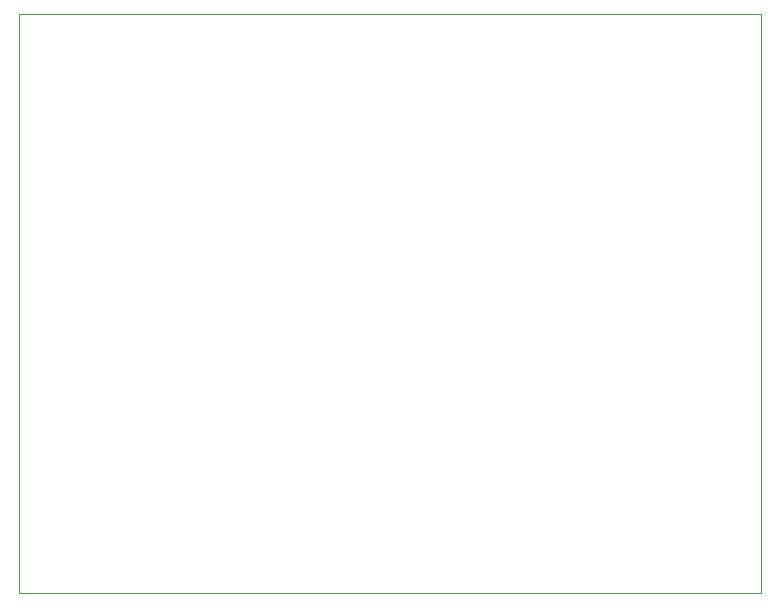
<source format=gbr>
%TF.GenerationSoftware,Altium Limited,Altium Designer,24.0.1 (36)*%
G04 Layer_Color=0*
%FSLAX45Y45*%
%MOMM*%
%TF.SameCoordinates,87475131-42DB-44E4-9C0F-69BDD36FC7AA*%
%TF.FilePolarity,Positive*%
%TF.FileFunction,Profile,NP*%
%TF.Part,Single*%
G01*
G75*
%TA.AperFunction,Profile*%
%ADD65C,0.02540*%
D65*
X0Y0D02*
X6286500D01*
Y4902200D01*
X0D01*
Y0D01*
%TF.MD5,87d612451f16aa04751224f183867929*%
M02*

</source>
